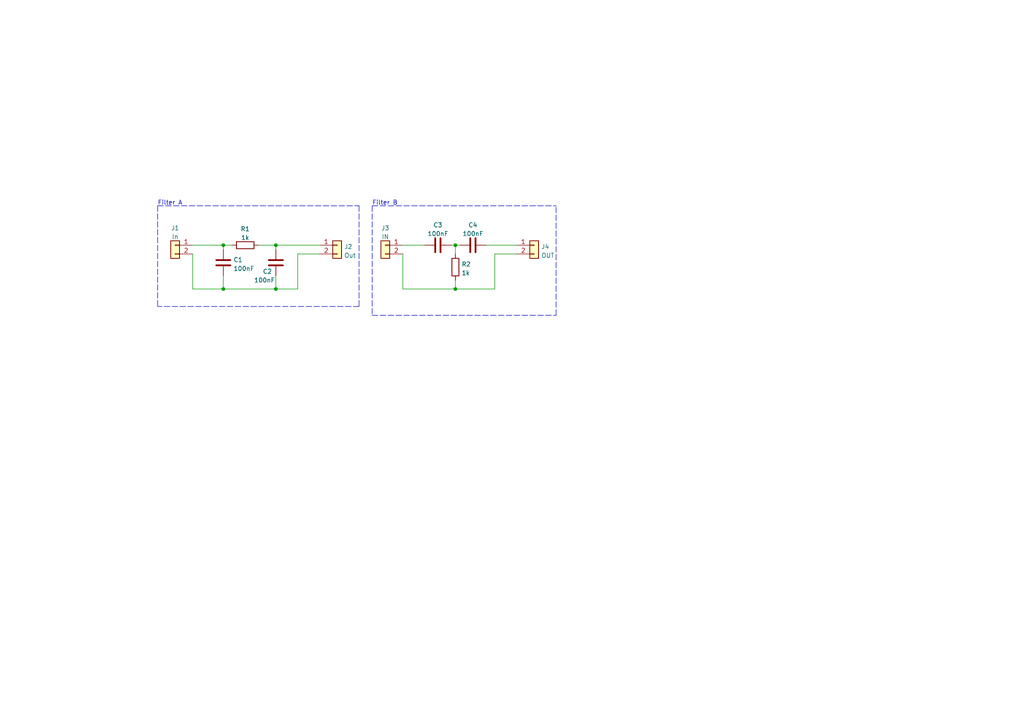
<source format=kicad_sch>
(kicad_sch (version 20211123) (generator eeschema)
  (paper "A4")
  (title_block (title "Filter A + B"))
  (lib_symbols
    (symbol "Connector_Generic:Conn_01x02" (pin_names (offset 1.016) hide)
      (property "Reference" "J" (at 0 2.54 0))
      (property "Value" "Conn_01x02" (at 0 -5.08 0))
      (symbol "Conn_01x02_1_1"
        (rectangle (start -1.27 -2.413) (end 0 -2.667) (stroke (width 0.1524)))
        (rectangle (start -1.27 0.127) (end 0 -0.127) (stroke (width 0.1524)))
        (rectangle (start -1.27 1.27) (end 1.27 -3.81) (stroke (width 0.254)) (fill (type background)))
        (pin passive line (at -5.08 0 0) (length 3.81) (name "Pin_1") (number "1"))
        (pin passive line (at -5.08 -2.54 0) (length 3.81) (name "Pin_2") (number "2"))
      )
    )
    (symbol "Device:C" (pin_numbers hide) (pin_names (offset 0.254))
      (property "Reference" "C" (at 0.635 2.54 0))
      (property "Value" "C" (at 0.635 -2.54 0))
      (symbol "C_0_1"
        (polyline (pts (xy -2.032 -0.762) (xy 2.032 -0.762)) (stroke (width 0.508)))
        (polyline (pts (xy -2.032 0.762) (xy 2.032 0.762)) (stroke (width 0.508)))
      )
      (symbol "C_1_1"
        (pin passive line (at 0 3.81 270) (length 2.794) (name "~") (number "1"))
        (pin passive line (at 0 -3.81 90) (length 2.794) (name "~") (number "2"))
      )
    )
    (symbol "Device:R" (pin_numbers hide) (pin_names (offset 0))
      (property "Reference" "R" (at 2.032 0 90))
      (property "Value" "R" (at 0 0 90))
      (symbol "R_0_1"
        (rectangle (start -1.016 -2.54) (end 1.016 2.54) (stroke (width 0.254)))
      )
      (symbol "R_1_1"
        (pin passive line (at 0 3.81 270) (length 1.27) (name "~") (number "1"))
        (pin passive line (at 0 -3.81 90) (length 1.27) (name "~") (number "2"))
      )
    )
  )
  (junction (at 80.01 83.82))
  (junction (at 64.77 83.82))
  (junction (at 64.77 71.12))
  (junction (at 132.08 83.82))
  (junction (at 80.01 71.12))
  (junction (at 132.08 71.12))
  (polyline (pts (xy 107.95 59.69) (xy 161.29 59.69)))
  (polyline (pts (xy 107.95 59.69) (xy 107.95 91.44)))
  (wire (pts (xy 80.01 83.82) (xy 86.36 83.82)))
  (wire (pts (xy 140.97 71.12) (xy 149.86 71.12)))
  (polyline (pts (xy 45.72 59.69) (xy 104.14 59.69)))
  (wire (pts (xy 86.36 73.66) (xy 86.36 83.82)))
  (wire (pts (xy 55.88 71.12) (xy 64.77 71.12)))
  (wire (pts (xy 64.77 80.01) (xy 64.77 83.82)))
  (wire (pts (xy 64.77 71.12) (xy 64.77 72.39)))
  (polyline (pts (xy 45.72 59.69) (xy 45.72 88.9)))
  (wire (pts (xy 130.81 71.12) (xy 132.08 71.12)))
  (polyline (pts (xy 104.14 88.9) (xy 45.72 88.9)))
  (wire (pts (xy 55.88 73.66) (xy 55.88 83.82)))
  (wire (pts (xy 64.77 83.82) (xy 80.01 83.82)))
  (wire (pts (xy 80.01 80.01) (xy 80.01 83.82)))
  (wire (pts (xy 132.08 83.82) (xy 143.51 83.82)))
  (wire (pts (xy 143.51 73.66) (xy 149.86 73.66)))
  (wire (pts (xy 80.01 71.12) (xy 92.71 71.12)))
  (wire (pts (xy 55.88 83.82) (xy 64.77 83.82)))
  (wire (pts (xy 64.77 71.12) (xy 67.31 71.12)))
  (wire (pts (xy 132.08 71.12) (xy 132.08 73.66)))
  (wire (pts (xy 132.08 71.12) (xy 133.35 71.12)))
  (polyline (pts (xy 161.29 91.44) (xy 161.29 59.69)))
  (wire (pts (xy 116.84 73.66) (xy 116.84 83.82)))
  (wire (pts (xy 132.08 81.28) (xy 132.08 83.82)))
  (wire (pts (xy 143.51 73.66) (xy 143.51 83.82)))
  (polyline (pts (xy 107.95 91.44) (xy 161.29 91.44)))
  (wire (pts (xy 86.36 73.66) (xy 92.71 73.66)))
  (wire (pts (xy 80.01 71.12) (xy 80.01 72.39)))
  (wire (pts (xy 74.93 71.12) (xy 80.01 71.12)))
  (wire (pts (xy 116.84 83.82) (xy 132.08 83.82)))
  (wire (pts (xy 116.84 71.12) (xy 123.19 71.12)))
  (polyline (pts (xy 104.14 59.69) (xy 104.14 88.9)))
  (text "Filter B" (at 107.95 59.69 0) (effects (font (size 1.27 1.27)) (justify left bottom)))
  (text "Filter A" (at 45.72 59.69 0) (effects (font (size 1.27 1.27)) (justify left bottom)))
  (symbol (lib_id "Device:C") (at 64.77 76.2 0) (unit 1)
    (property "Reference" "C1" (at 67.691 75.3653 0) (effects (justify left)))
    (property "Value" "100nF" (at 67.691 77.9022 0) (effects (justify left)))
    (property "Footprint" "Capacitor_THT:C_Disc_D3.0mm_W1.6mm_P2.50mm" (effects hide))
  )
  (symbol (lib_id "Connector_Generic:Conn_01x02") (at 154.94 71.12 0) (unit 1)
    (property "Reference" "J4" (at 156.972 71.5553 0) (effects (justify left)))
    (property "Value" "OUT" (at 156.972 74.0922 0) (effects (justify left)))
    (property "Footprint" "Connector_Molex:Molex_KK-254_AE-6410-02A_1x02_P2.54mm_Vertical" (effects hide))
  )
  (symbol (lib_id "Device:C") (at 137.16 71.12 90) (unit 1)
    (property "Reference" "C4" (at 137.16 65.2612 90))
    (property "Value" "100nF" (at 137.16 67.7981 90))
    (property "Footprint" "Capacitor_THT:C_Disc_D4.7mm_W2.5mm_P5.00mm" (effects hide))
  )
  (symbol (lib_id "Device:C") (at 80.01 76.2 0) (unit 1)
    (property "Reference" "C2" (at 76.2 78.74 0) (effects (justify left)))
    (property "Value" "100nF" (at 73.66 81.28 0) (effects (justify left)))
    (property "Footprint" "Capacitor_THT:C_Disc_D3.0mm_W1.6mm_P2.50mm" (effects hide))
  )
  (symbol (lib_id "Device:C") (at 127 71.12 90) (unit 1)
    (property "Reference" "C3" (at 127 65.2612 90))
    (property "Value" "100nF" (at 127 67.7981 90))
    (property "Footprint" "Capacitor_THT:C_Disc_D4.7mm_W2.5mm_P5.00mm" (effects hide))
  )
  (symbol (lib_id "Device:R") (at 71.12 71.12 270) (unit 1)
    (property "Reference" "R1" (at 71.12 66.4042 90))
    (property "Value" "1k" (at 71.12 68.9411 90))
    (property "Footprint" "Resistor_THT:R_Axial_DIN0207_L6.3mm_D2.5mm_P7.62mm_Horizontal" (effects hide))
  )
  (symbol (lib_id "Device:R") (at 132.08 77.47 0) (unit 1)
    (property "Reference" "R2" (at 133.858 76.6353 0) (effects (justify left)))
    (property "Value" "1k" (at 133.858 79.1722 0) (effects (justify left)))
    (property "Footprint" "Resistor_THT:R_Axial_DIN0207_L6.3mm_D2.5mm_P7.62mm_Horizontal" (effects hide))
  )
  (symbol (lib_id "Connector_Generic:Conn_01x02") (at 50.8 71.12 0) (mirror y) (unit 1)
    (property "Reference" "J1" (at 50.8 66.1502 0))
    (property "Value" "In" (at 50.8 68.6871 0))
    (property "Footprint" "Connector_Molex:Molex_KK-254_AE-6410-02A_1x02_P2.54mm_Vertical" (effects hide))
  )
  (symbol (lib_id "Connector_Generic:Conn_01x02") (at 111.76 71.12 0) (mirror y) (unit 1)
    (property "Reference" "J3" (at 111.76 66.1502 0))
    (property "Value" "IN" (at 111.76 68.6871 0))
    (property "Footprint" "Connector_Molex:Molex_KK-254_AE-6410-02A_1x02_P2.54mm_Vertical" (effects hide))
  )
  (symbol (lib_id "Connector_Generic:Conn_01x02") (at 97.79 71.12 0) (unit 1)
    (property "Reference" "J2" (at 99.822 71.5553 0) (effects (justify left)))
    (property "Value" "Out" (at 99.822 74.0922 0) (effects (justify left)))
    (property "Footprint" "Connector_Molex:Molex_KK-254_AE-6410-02A_1x02_P2.54mm_Vertical" (effects hide))
  )
)
</source>
